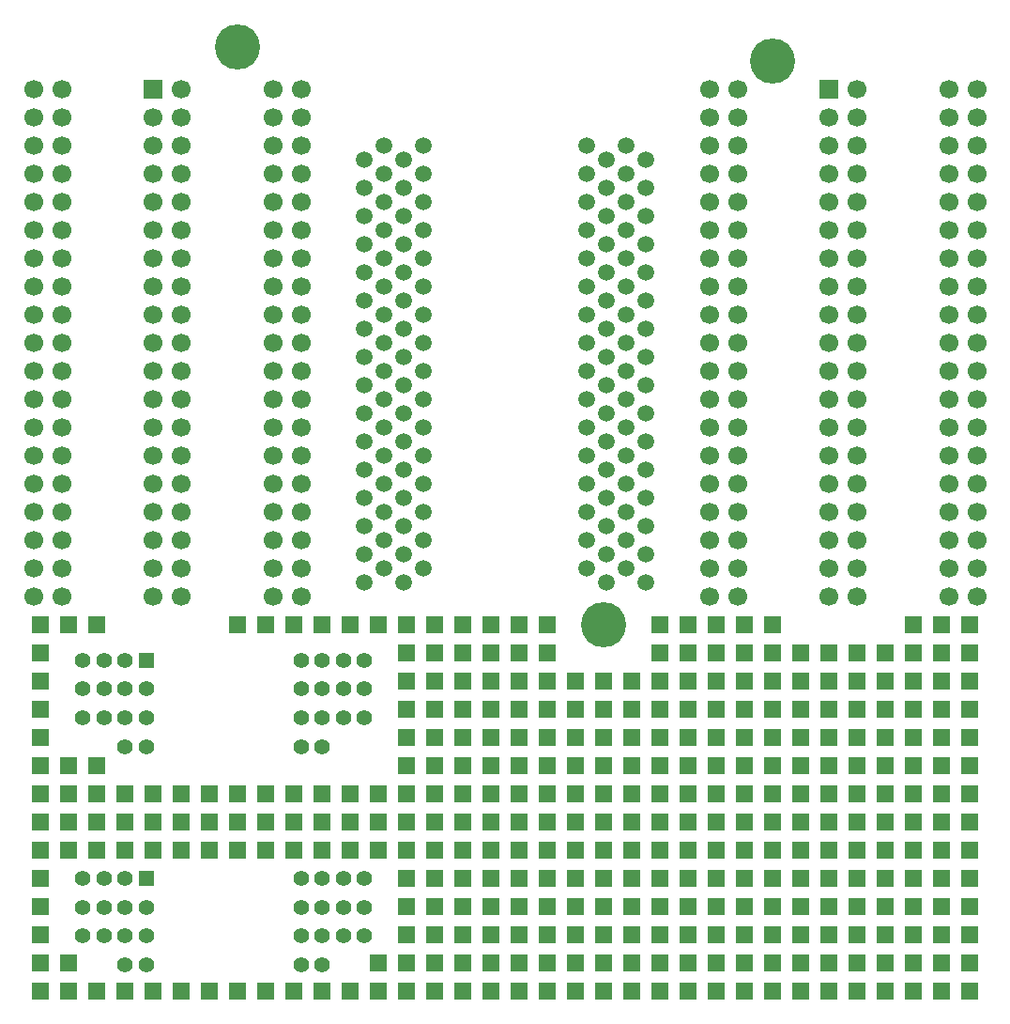
<source format=gbs>
G04 #@! TF.FileFunction,Soldermask,Bot*
%FSLAX46Y46*%
G04 Gerber Fmt 4.6, Leading zero omitted, Abs format (unit mm)*
G04 Created by KiCad (PCBNEW (after 2015-mar-04 BZR unknown)-product) date 16.6.2015 8:52:11*
%MOMM*%
G01*
G04 APERTURE LIST*
%ADD10C,0.150000*%
%ADD11C,1.500000*%
%ADD12R,1.700000X1.700000*%
%ADD13C,1.700000*%
%ADD14C,4.064000*%
%ADD15R,1.500000X1.500000*%
%ADD16R,1.400000X1.400000*%
%ADD17C,1.400000*%
G04 APERTURE END LIST*
D10*
D11*
X124714000Y-100965000D03*
X121158000Y-100965000D03*
X122936000Y-102235000D03*
X119380000Y-102235000D03*
X141224000Y-102235000D03*
X144780000Y-102235000D03*
X139446000Y-100965000D03*
X143002000Y-100965000D03*
X124714000Y-98425000D03*
X121158000Y-98425000D03*
X122936000Y-99695000D03*
X119380000Y-99695000D03*
X141224000Y-99695000D03*
X144780000Y-99695000D03*
X139446000Y-98425000D03*
X143002000Y-98425000D03*
X124714000Y-78105000D03*
X121158000Y-78105000D03*
X122936000Y-79375000D03*
X119380000Y-79375000D03*
X141224000Y-79375000D03*
X144780000Y-79375000D03*
X139446000Y-78105000D03*
X143002000Y-78105000D03*
X124714000Y-80645000D03*
X121158000Y-80645000D03*
X122936000Y-81915000D03*
X119380000Y-81915000D03*
X141224000Y-81915000D03*
X144780000Y-81915000D03*
X139446000Y-80645000D03*
X143002000Y-80645000D03*
X124714000Y-85725000D03*
X121158000Y-85725000D03*
X122936000Y-86995000D03*
X119380000Y-86995000D03*
X141224000Y-86995000D03*
X144780000Y-86995000D03*
X139446000Y-85725000D03*
X143002000Y-85725000D03*
X124714000Y-83185000D03*
X121158000Y-83185000D03*
X122936000Y-84455000D03*
X119380000Y-84455000D03*
X141224000Y-84455000D03*
X144780000Y-84455000D03*
X139446000Y-83185000D03*
X143002000Y-83185000D03*
X124714000Y-93345000D03*
X121158000Y-93345000D03*
X122936000Y-94615000D03*
X119380000Y-94615000D03*
X141224000Y-94615000D03*
X144780000Y-94615000D03*
X139446000Y-93345000D03*
X143002000Y-93345000D03*
X124714000Y-95885000D03*
X121158000Y-95885000D03*
X122936000Y-97155000D03*
X119380000Y-97155000D03*
X141224000Y-97155000D03*
X144780000Y-97155000D03*
X139446000Y-95885000D03*
X143002000Y-95885000D03*
X124714000Y-90805000D03*
X121158000Y-90805000D03*
X122936000Y-92075000D03*
X119380000Y-92075000D03*
X141224000Y-92075000D03*
X144780000Y-92075000D03*
X139446000Y-90805000D03*
X143002000Y-90805000D03*
X124714000Y-88265000D03*
X121158000Y-88265000D03*
X122936000Y-89535000D03*
X119380000Y-89535000D03*
X141224000Y-89535000D03*
X144780000Y-89535000D03*
X139446000Y-88265000D03*
X143002000Y-88265000D03*
X124714000Y-67945000D03*
X121158000Y-67945000D03*
X122936000Y-69215000D03*
X119380000Y-69215000D03*
X141224000Y-69215000D03*
X144780000Y-69215000D03*
X139446000Y-67945000D03*
X143002000Y-67945000D03*
X124714000Y-70485000D03*
X121158000Y-70485000D03*
X122936000Y-71755000D03*
X119380000Y-71755000D03*
X141224000Y-71755000D03*
X144780000Y-71755000D03*
X139446000Y-70485000D03*
X143002000Y-70485000D03*
X124714000Y-75565000D03*
X121158000Y-75565000D03*
X122936000Y-76835000D03*
X119380000Y-76835000D03*
X141224000Y-76835000D03*
X144780000Y-76835000D03*
X139446000Y-75565000D03*
X143002000Y-75565000D03*
X124714000Y-73025000D03*
X121158000Y-73025000D03*
X122936000Y-74295000D03*
X119380000Y-74295000D03*
X141224000Y-74295000D03*
X144780000Y-74295000D03*
X139446000Y-73025000D03*
X143002000Y-73025000D03*
X124714000Y-62865000D03*
X121158000Y-62865000D03*
X122936000Y-64135000D03*
X119380000Y-64135000D03*
X141224000Y-64135000D03*
X144780000Y-64135000D03*
X139446000Y-62865000D03*
X143002000Y-62865000D03*
X124714000Y-65405000D03*
X121158000Y-65405000D03*
X122936000Y-66675000D03*
X119380000Y-66675000D03*
X141224000Y-66675000D03*
X144780000Y-66675000D03*
X139446000Y-65405000D03*
X143002000Y-65405000D03*
D12*
X100330000Y-57785000D03*
D13*
X102870000Y-57785000D03*
X100330000Y-60325000D03*
X102870000Y-60325000D03*
X100330000Y-62865000D03*
X102870000Y-62865000D03*
X100330000Y-65405000D03*
X102870000Y-65405000D03*
X100330000Y-67945000D03*
X102870000Y-67945000D03*
X100330000Y-70485000D03*
X102870000Y-70485000D03*
X100330000Y-73025000D03*
X102870000Y-73025000D03*
X100330000Y-75565000D03*
X102870000Y-75565000D03*
X100330000Y-78105000D03*
X102870000Y-78105000D03*
X100330000Y-80645000D03*
X102870000Y-80645000D03*
X100330000Y-83185000D03*
X102870000Y-83185000D03*
X100330000Y-85725000D03*
X102870000Y-85725000D03*
X100330000Y-88265000D03*
X102870000Y-88265000D03*
X100330000Y-90805000D03*
X102870000Y-90805000D03*
X100330000Y-93345000D03*
X102870000Y-93345000D03*
X100330000Y-95885000D03*
X102870000Y-95885000D03*
X100330000Y-98425000D03*
X102870000Y-98425000D03*
X100330000Y-100965000D03*
X102870000Y-100965000D03*
X100330000Y-103505000D03*
X102870000Y-103505000D03*
D12*
X161290000Y-57785000D03*
D13*
X163830000Y-57785000D03*
X161290000Y-60325000D03*
X163830000Y-60325000D03*
X161290000Y-62865000D03*
X163830000Y-62865000D03*
X161290000Y-65405000D03*
X163830000Y-65405000D03*
X161290000Y-67945000D03*
X163830000Y-67945000D03*
X161290000Y-70485000D03*
X163830000Y-70485000D03*
X161290000Y-73025000D03*
X163830000Y-73025000D03*
X161290000Y-75565000D03*
X163830000Y-75565000D03*
X161290000Y-78105000D03*
X163830000Y-78105000D03*
X161290000Y-80645000D03*
X163830000Y-80645000D03*
X161290000Y-83185000D03*
X163830000Y-83185000D03*
X161290000Y-85725000D03*
X163830000Y-85725000D03*
X161290000Y-88265000D03*
X163830000Y-88265000D03*
X161290000Y-90805000D03*
X163830000Y-90805000D03*
X161290000Y-93345000D03*
X163830000Y-93345000D03*
X161290000Y-95885000D03*
X163830000Y-95885000D03*
X161290000Y-98425000D03*
X163830000Y-98425000D03*
X161290000Y-100965000D03*
X163830000Y-100965000D03*
X161290000Y-103505000D03*
X163830000Y-103505000D03*
X150495000Y-80645000D03*
X153035000Y-80645000D03*
X150495000Y-103505000D03*
X153035000Y-103505000D03*
X150495000Y-100965000D03*
X153035000Y-100965000D03*
X150495000Y-98425000D03*
X153035000Y-98425000D03*
X150495000Y-95885000D03*
X153035000Y-95885000D03*
X150495000Y-93345000D03*
X153035000Y-93345000D03*
X150495000Y-90805000D03*
X153035000Y-90805000D03*
X150495000Y-88265000D03*
X153035000Y-88265000D03*
X150495000Y-85725000D03*
X153035000Y-85725000D03*
X150495000Y-83185000D03*
X153035000Y-83185000D03*
X174625000Y-57785000D03*
X172085000Y-57785000D03*
X150495000Y-78105000D03*
X153035000Y-78105000D03*
X150495000Y-75565000D03*
X153035000Y-75565000D03*
X150495000Y-73025000D03*
X153035000Y-73025000D03*
X150495000Y-70485000D03*
X153035000Y-70485000D03*
X150495000Y-67945000D03*
X153035000Y-67945000D03*
X150495000Y-65405000D03*
X153035000Y-65405000D03*
X150495000Y-62865000D03*
X153035000Y-62865000D03*
X150495000Y-60325000D03*
X153035000Y-60325000D03*
X174625000Y-80645000D03*
X172085000Y-80645000D03*
X174625000Y-103505000D03*
X172085000Y-103505000D03*
X174625000Y-100965000D03*
X172085000Y-100965000D03*
X174625000Y-98425000D03*
X172085000Y-98425000D03*
X174625000Y-95885000D03*
X172085000Y-95885000D03*
X174625000Y-93345000D03*
X172085000Y-93345000D03*
X174625000Y-90805000D03*
X172085000Y-90805000D03*
X174625000Y-88265000D03*
X172085000Y-88265000D03*
X174625000Y-85725000D03*
X172085000Y-85725000D03*
X174625000Y-83185000D03*
X172085000Y-83185000D03*
X150495000Y-57785000D03*
X153035000Y-57785000D03*
X174625000Y-78105000D03*
X172085000Y-78105000D03*
X174625000Y-75565000D03*
X172085000Y-75565000D03*
X174625000Y-73025000D03*
X172085000Y-73025000D03*
X174625000Y-70485000D03*
X172085000Y-70485000D03*
X174625000Y-67945000D03*
X172085000Y-67945000D03*
X174625000Y-65405000D03*
X172085000Y-65405000D03*
X174625000Y-62865000D03*
X172085000Y-62865000D03*
X174625000Y-60325000D03*
X172085000Y-60325000D03*
X89535000Y-80645000D03*
X92075000Y-80645000D03*
X89535000Y-103505000D03*
X92075000Y-103505000D03*
X89535000Y-100965000D03*
X92075000Y-100965000D03*
X89535000Y-98425000D03*
X92075000Y-98425000D03*
X89535000Y-95885000D03*
X92075000Y-95885000D03*
X89535000Y-93345000D03*
X92075000Y-93345000D03*
X89535000Y-90805000D03*
X92075000Y-90805000D03*
X89535000Y-88265000D03*
X92075000Y-88265000D03*
X89535000Y-85725000D03*
X92075000Y-85725000D03*
X89535000Y-83185000D03*
X92075000Y-83185000D03*
X113665000Y-57785000D03*
X111125000Y-57785000D03*
X89535000Y-78105000D03*
X92075000Y-78105000D03*
X89535000Y-75565000D03*
X92075000Y-75565000D03*
X89535000Y-73025000D03*
X92075000Y-73025000D03*
X89535000Y-70485000D03*
X92075000Y-70485000D03*
X89535000Y-67945000D03*
X92075000Y-67945000D03*
X89535000Y-65405000D03*
X92075000Y-65405000D03*
X89535000Y-62865000D03*
X92075000Y-62865000D03*
X89535000Y-60325000D03*
X92075000Y-60325000D03*
X113665000Y-80645000D03*
X111125000Y-80645000D03*
X113665000Y-103505000D03*
X111125000Y-103505000D03*
X113665000Y-100965000D03*
X111125000Y-100965000D03*
X113665000Y-98425000D03*
X111125000Y-98425000D03*
X113665000Y-95885000D03*
X111125000Y-95885000D03*
X113665000Y-93345000D03*
X111125000Y-93345000D03*
X113665000Y-90805000D03*
X111125000Y-90805000D03*
X113665000Y-88265000D03*
X111125000Y-88265000D03*
X113665000Y-85725000D03*
X111125000Y-85725000D03*
X113665000Y-83185000D03*
X111125000Y-83185000D03*
X89535000Y-57785000D03*
X92075000Y-57785000D03*
X113665000Y-78105000D03*
X111125000Y-78105000D03*
X113665000Y-75565000D03*
X111125000Y-75565000D03*
X113665000Y-73025000D03*
X111125000Y-73025000D03*
X113665000Y-70485000D03*
X111125000Y-70485000D03*
X113665000Y-67945000D03*
X111125000Y-67945000D03*
X113665000Y-65405000D03*
X111125000Y-65405000D03*
X113665000Y-62865000D03*
X111125000Y-62865000D03*
X113665000Y-60325000D03*
X111125000Y-60325000D03*
D14*
X107950000Y-53975000D03*
X156210000Y-55245000D03*
X140970000Y-106045000D03*
D15*
X128270000Y-108585000D03*
X130810000Y-108585000D03*
X133350000Y-108585000D03*
X133350000Y-111125000D03*
X133350000Y-113665000D03*
X130810000Y-113665000D03*
X128270000Y-113665000D03*
X128270000Y-111125000D03*
X130810000Y-111125000D03*
X125730000Y-116205000D03*
X128270000Y-116205000D03*
X130810000Y-116205000D03*
X130810000Y-118745000D03*
X130810000Y-121285000D03*
X128270000Y-121285000D03*
X125730000Y-121285000D03*
X125730000Y-118745000D03*
X128270000Y-118745000D03*
X125730000Y-123825000D03*
X128270000Y-123825000D03*
X130810000Y-123825000D03*
X130810000Y-126365000D03*
X130810000Y-128905000D03*
X128270000Y-128905000D03*
X125730000Y-128905000D03*
X125730000Y-126365000D03*
X128270000Y-126365000D03*
X128270000Y-131445000D03*
X130810000Y-131445000D03*
X133350000Y-131445000D03*
X133350000Y-133985000D03*
X133350000Y-136525000D03*
X130810000Y-136525000D03*
X128270000Y-136525000D03*
X128270000Y-133985000D03*
X130810000Y-133985000D03*
X135890000Y-131445000D03*
X138430000Y-131445000D03*
X140970000Y-131445000D03*
X140970000Y-133985000D03*
X140970000Y-136525000D03*
X138430000Y-136525000D03*
X135890000Y-136525000D03*
X135890000Y-133985000D03*
X138430000Y-133985000D03*
X143510000Y-131445000D03*
X146050000Y-131445000D03*
X148590000Y-131445000D03*
X148590000Y-133985000D03*
X148590000Y-136525000D03*
X146050000Y-136525000D03*
X143510000Y-136525000D03*
X143510000Y-133985000D03*
X146050000Y-133985000D03*
X151130000Y-131445000D03*
X153670000Y-131445000D03*
X156210000Y-131445000D03*
X156210000Y-133985000D03*
X156210000Y-136525000D03*
X153670000Y-136525000D03*
X151130000Y-136525000D03*
X151130000Y-133985000D03*
X153670000Y-133985000D03*
X158750000Y-131445000D03*
X161290000Y-131445000D03*
X163830000Y-131445000D03*
X163830000Y-133985000D03*
X163830000Y-136525000D03*
X161290000Y-136525000D03*
X158750000Y-136525000D03*
X158750000Y-133985000D03*
X161290000Y-133985000D03*
X166370000Y-131445000D03*
X168910000Y-131445000D03*
X171450000Y-131445000D03*
X171450000Y-133985000D03*
X171450000Y-136525000D03*
X168910000Y-136525000D03*
X166370000Y-136525000D03*
X166370000Y-133985000D03*
X168910000Y-133985000D03*
X135890000Y-111125000D03*
X138430000Y-111125000D03*
X140970000Y-111125000D03*
X140970000Y-113665000D03*
X140970000Y-116205000D03*
X138430000Y-116205000D03*
X135890000Y-116205000D03*
X135890000Y-113665000D03*
X138430000Y-113665000D03*
X143510000Y-111125000D03*
X146050000Y-111125000D03*
X148590000Y-111125000D03*
X148590000Y-113665000D03*
X148590000Y-116205000D03*
X146050000Y-116205000D03*
X143510000Y-116205000D03*
X143510000Y-113665000D03*
X146050000Y-113665000D03*
X151130000Y-108585000D03*
X153670000Y-108585000D03*
X156210000Y-108585000D03*
X156210000Y-111125000D03*
X156210000Y-113665000D03*
X153670000Y-113665000D03*
X151130000Y-113665000D03*
X151130000Y-111125000D03*
X153670000Y-111125000D03*
X158750000Y-108585000D03*
X161290000Y-108585000D03*
X163830000Y-108585000D03*
X163830000Y-111125000D03*
X163830000Y-113665000D03*
X161290000Y-113665000D03*
X158750000Y-113665000D03*
X158750000Y-111125000D03*
X161290000Y-111125000D03*
X166370000Y-108585000D03*
X168910000Y-108585000D03*
X171450000Y-108585000D03*
X171450000Y-111125000D03*
X171450000Y-113665000D03*
X168910000Y-113665000D03*
X166370000Y-113665000D03*
X166370000Y-111125000D03*
X168910000Y-111125000D03*
X133350000Y-118745000D03*
X135890000Y-118745000D03*
X138430000Y-118745000D03*
X138430000Y-121285000D03*
X138430000Y-123825000D03*
X135890000Y-123825000D03*
X133350000Y-123825000D03*
X133350000Y-121285000D03*
X135890000Y-121285000D03*
X133350000Y-116205000D03*
X135890000Y-108585000D03*
X146050000Y-108585000D03*
X148590000Y-108585000D03*
X151130000Y-116205000D03*
X153670000Y-116205000D03*
X156210000Y-116205000D03*
X158750000Y-116205000D03*
X161290000Y-116205000D03*
X163830000Y-116205000D03*
X166370000Y-116205000D03*
X168910000Y-116205000D03*
X171450000Y-116205000D03*
X171450000Y-118745000D03*
X171450000Y-121285000D03*
X173990000Y-108585000D03*
X173990000Y-111125000D03*
X173990000Y-113665000D03*
X173990000Y-116205000D03*
X173990000Y-118745000D03*
X173990000Y-121285000D03*
X171450000Y-123825000D03*
X173990000Y-123825000D03*
X173990000Y-126365000D03*
X171450000Y-126365000D03*
X171450000Y-128905000D03*
X173990000Y-128905000D03*
X173990000Y-131445000D03*
X118110000Y-121285000D03*
X120650000Y-121285000D03*
X123190000Y-121285000D03*
X123190000Y-123825000D03*
X123190000Y-126365000D03*
X120650000Y-126365000D03*
X118110000Y-126365000D03*
X118110000Y-123825000D03*
X120650000Y-123825000D03*
X110490000Y-121285000D03*
X113030000Y-121285000D03*
X115570000Y-121285000D03*
X115570000Y-123825000D03*
X115570000Y-126365000D03*
X113030000Y-126365000D03*
X110490000Y-126365000D03*
X110490000Y-123825000D03*
X113030000Y-123825000D03*
X102870000Y-121285000D03*
X105410000Y-121285000D03*
X107950000Y-121285000D03*
X107950000Y-123825000D03*
X107950000Y-126365000D03*
X105410000Y-126365000D03*
X102870000Y-126365000D03*
X102870000Y-123825000D03*
X105410000Y-123825000D03*
X95250000Y-121285000D03*
X97790000Y-121285000D03*
X100330000Y-121285000D03*
X100330000Y-123825000D03*
X100330000Y-126365000D03*
X97790000Y-126365000D03*
X95250000Y-126365000D03*
X95250000Y-123825000D03*
X97790000Y-123825000D03*
X140970000Y-118745000D03*
X143510000Y-118745000D03*
X146050000Y-118745000D03*
X146050000Y-121285000D03*
X146050000Y-123825000D03*
X143510000Y-123825000D03*
X140970000Y-123825000D03*
X140970000Y-121285000D03*
X143510000Y-121285000D03*
X148590000Y-118745000D03*
X151130000Y-118745000D03*
X153670000Y-118745000D03*
X153670000Y-121285000D03*
X153670000Y-123825000D03*
X151130000Y-123825000D03*
X148590000Y-123825000D03*
X148590000Y-121285000D03*
X151130000Y-121285000D03*
X156210000Y-118745000D03*
X158750000Y-118745000D03*
X161290000Y-118745000D03*
X161290000Y-121285000D03*
X161290000Y-123825000D03*
X158750000Y-123825000D03*
X156210000Y-123825000D03*
X156210000Y-121285000D03*
X158750000Y-121285000D03*
X163830000Y-118745000D03*
X166370000Y-118745000D03*
X168910000Y-118745000D03*
X168910000Y-121285000D03*
X168910000Y-123825000D03*
X166370000Y-123825000D03*
X163830000Y-123825000D03*
X163830000Y-121285000D03*
X166370000Y-121285000D03*
X90170000Y-108585000D03*
X90170000Y-111125000D03*
X90170000Y-113665000D03*
X90170000Y-116205000D03*
X90170000Y-118745000D03*
X92710000Y-118745000D03*
X95250000Y-118745000D03*
X90170000Y-121285000D03*
X92710000Y-121285000D03*
X90170000Y-123825000D03*
X92710000Y-123825000D03*
X90170000Y-126365000D03*
X92710000Y-126365000D03*
X90170000Y-128905000D03*
X90170000Y-131445000D03*
X90170000Y-133985000D03*
X90170000Y-136525000D03*
X90170000Y-139065000D03*
X92710000Y-139065000D03*
X92710000Y-136525000D03*
X95250000Y-139065000D03*
X97790000Y-139065000D03*
X100330000Y-139065000D03*
X102870000Y-139065000D03*
X105410000Y-139065000D03*
X107950000Y-139065000D03*
X110490000Y-139065000D03*
X113030000Y-139065000D03*
X115570000Y-139065000D03*
X118110000Y-139065000D03*
X120650000Y-139065000D03*
X120650000Y-136525000D03*
X123190000Y-136525000D03*
X123190000Y-133985000D03*
X123190000Y-131445000D03*
X123190000Y-128905000D03*
X125730000Y-133985000D03*
X125730000Y-131445000D03*
X125730000Y-136525000D03*
X123190000Y-139065000D03*
X125730000Y-139065000D03*
X125730000Y-113665000D03*
X125730000Y-111125000D03*
X125730000Y-108585000D03*
X123190000Y-108585000D03*
X123190000Y-111125000D03*
X123190000Y-113665000D03*
X123190000Y-116205000D03*
X123190000Y-118745000D03*
X90170000Y-106045000D03*
X92710000Y-106045000D03*
X95250000Y-106045000D03*
X107950000Y-106045000D03*
X110490000Y-106045000D03*
X113030000Y-106045000D03*
X115570000Y-106045000D03*
X118110000Y-106045000D03*
X120650000Y-106045000D03*
X123190000Y-106045000D03*
X125730000Y-106045000D03*
X128270000Y-106045000D03*
X130810000Y-106045000D03*
X133350000Y-106045000D03*
X135890000Y-106045000D03*
X133350000Y-126365000D03*
X133350000Y-128905000D03*
X135890000Y-126365000D03*
X135890000Y-128905000D03*
X138430000Y-128905000D03*
X138430000Y-126365000D03*
X140970000Y-126365000D03*
X140970000Y-128905000D03*
X143510000Y-128905000D03*
X143510000Y-126365000D03*
X146050000Y-128905000D03*
X146050000Y-126365000D03*
X148590000Y-126365000D03*
X148590000Y-128905000D03*
X151130000Y-126365000D03*
X151130000Y-128905000D03*
X153670000Y-128905000D03*
X153670000Y-126365000D03*
X156210000Y-126365000D03*
X156210000Y-128905000D03*
X158750000Y-128905000D03*
X158750000Y-126365000D03*
X161290000Y-126365000D03*
X161290000Y-128905000D03*
X163830000Y-128905000D03*
X163830000Y-126365000D03*
X166370000Y-126365000D03*
X168910000Y-126365000D03*
X168910000Y-128905000D03*
X166370000Y-128905000D03*
X173990000Y-133985000D03*
X173990000Y-136525000D03*
X173990000Y-139065000D03*
X171450000Y-139065000D03*
X128270000Y-139065000D03*
X130810000Y-139065000D03*
X133350000Y-139065000D03*
X135890000Y-139065000D03*
X138430000Y-139065000D03*
X140970000Y-139065000D03*
X143510000Y-139065000D03*
X146050000Y-139065000D03*
X151130000Y-139065000D03*
X148590000Y-139065000D03*
X153670000Y-139065000D03*
X156210000Y-139065000D03*
X158750000Y-139065000D03*
X161290000Y-139065000D03*
X163830000Y-139065000D03*
X166370000Y-139065000D03*
X168910000Y-139065000D03*
X146050000Y-106045000D03*
X148590000Y-106045000D03*
X151130000Y-106045000D03*
X153670000Y-106045000D03*
X156210000Y-106045000D03*
X173990000Y-106045000D03*
X171450000Y-106045000D03*
X168910000Y-106045000D03*
D16*
X99695000Y-109205000D03*
D17*
X97790000Y-109205000D03*
X95885000Y-109205000D03*
X93980000Y-109205000D03*
X99695000Y-111805000D03*
X97790000Y-111805000D03*
X95885000Y-111805000D03*
X93980000Y-111805000D03*
X99695000Y-114405000D03*
X97790000Y-114405000D03*
X95885000Y-114405000D03*
X93980000Y-114405000D03*
X99695000Y-117005000D03*
X97790000Y-117005000D03*
X113665000Y-109205000D03*
X115570000Y-109205000D03*
X117475000Y-109205000D03*
X119380000Y-109205000D03*
X113665000Y-111805000D03*
X115570000Y-111805000D03*
X117475000Y-111805000D03*
X119380000Y-111805000D03*
X113665000Y-114405000D03*
X115570000Y-114405000D03*
X117475000Y-114405000D03*
X119380000Y-114405000D03*
X113665000Y-117005000D03*
X115570000Y-117005000D03*
D16*
X99695000Y-128890000D03*
D17*
X97790000Y-128890000D03*
X95885000Y-128890000D03*
X93980000Y-128890000D03*
X99695000Y-131490000D03*
X97790000Y-131490000D03*
X95885000Y-131490000D03*
X93980000Y-131490000D03*
X99695000Y-134090000D03*
X97790000Y-134090000D03*
X95885000Y-134090000D03*
X93980000Y-134090000D03*
X99695000Y-136690000D03*
X97790000Y-136690000D03*
X113665000Y-128890000D03*
X115570000Y-128890000D03*
X117475000Y-128890000D03*
X119380000Y-128890000D03*
X113665000Y-131490000D03*
X115570000Y-131490000D03*
X117475000Y-131490000D03*
X119380000Y-131490000D03*
X113665000Y-134090000D03*
X115570000Y-134090000D03*
X117475000Y-134090000D03*
X119380000Y-134090000D03*
X113665000Y-136690000D03*
X115570000Y-136690000D03*
M02*

</source>
